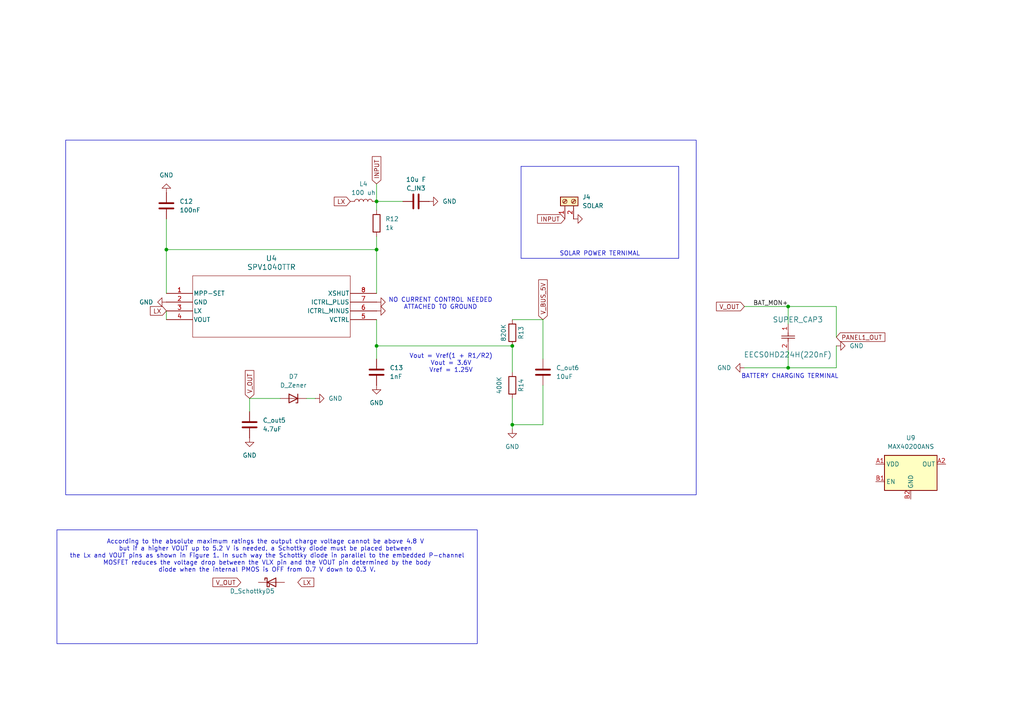
<source format=kicad_sch>
(kicad_sch (version 20231120) (generator "eeschema") (generator_version "8.0")
  (paper "A4")
  (lib_symbols
    (symbol "2024-06-07_14-27-39:SPV1040TTR" (pin_names (offset 0.254))
      (property "Reference" "U" (at 30.48 10.16 0))
      (property "Value" "SPV1040TTR" (at 30.48 7.62 0))
      (symbol "SPV1040TTR_0_1"
        (polyline (pts (xy 7.62 -12.7) (xy 53.34 -12.7)) (stroke (width 0.127)))
        (polyline (pts (xy 7.62 5.08) (xy 7.62 -12.7)) (stroke (width 0.127)))
        (polyline (pts (xy 53.34 -12.7) (xy 53.34 5.08)) (stroke (width 0.127)))
        (polyline (pts (xy 53.34 5.08) (xy 7.62 5.08)) (stroke (width 0.127)))
        (pin unspecified line (at 0 0 0) (length 7.62) (name "MPP-SET") (number "1"))
        (pin power_out line (at 0 -2.54 0) (length 7.62) (name "GND") (number "2"))
        (pin unspecified line (at 0 -5.08 0) (length 7.62) (name "LX") (number "3"))
        (pin output line (at 0 -7.62 0) (length 7.62) (name "VOUT") (number "4"))
        (pin unspecified line (at 60.96 -7.62 180) (length 7.62) (name "VCTRL") (number "5"))
        (pin unspecified line (at 60.96 -5.08 180) (length 7.62) (name "ICTRL_MINUS") (number "6"))
        (pin unspecified line (at 60.96 -2.54 180) (length 7.62) (name "ICTRL_PLUS") (number "7"))
        (pin unspecified line (at 60.96 0 180) (length 7.62) (name "XSHUT") (number "8"))
      )
    )
    (symbol "2024-06-08_06-57-05:super_capacitor" (pin_names (offset 0.254))
      (property "Reference" "SUPER_CAPACITOR" (at -1.27 10.16 90))
      (property "Value" "EECS0HD224H" (at 7.62 7.62 90))
      (symbol "super_capacitor_1_1"
        (polyline (pts (xy 2.54 0) (xy 3.4798 0)) (stroke (width 0.2032)))
        (polyline (pts (xy 3.4798 -1.905) (xy 3.4798 1.905)) (stroke (width 0.2032)))
        (polyline (pts (xy 4.1148 -1.905) (xy 4.1148 1.905)) (stroke (width 0.2032)))
        (polyline (pts (xy 4.1148 0) (xy 5.08 0)) (stroke (width 0.2032)))
        (pin passive line (at 0 0 0) (length 2.54) (name "") (number "1"))
        (pin passive line (at 7.62 0 180) (length 2.54) (name "") (number "2"))
      )
      (symbol "super_capacitor_1_2"
        (polyline (pts (xy -1.905 -4.1148) (xy 1.905 -4.1148)) (stroke (width 0.2032)))
        (polyline (pts (xy -1.905 -3.4798) (xy 1.905 -3.4798)) (stroke (width 0.2032)))
        (polyline (pts (xy 0 -4.1148) (xy 0 -5.08)) (stroke (width 0.2032)))
        (polyline (pts (xy 0 -2.54) (xy 0 -3.4798)) (stroke (width 0.2032)))
        (pin unspecified line (at 0 0 270) (length 2.54) (name "") (number "1"))
        (pin unspecified line (at 0 -7.62 90) (length 2.54) (name "") (number "2"))
      )
    )
    (symbol "Analog_Switch:MAX40200ANS"
      (property "Reference" "U" (at -6.35 6.35 0))
      (property "Value" "MAX40200ANS" (at 7.62 6.35 0))
      (symbol "MAX40200ANS_0_1"
        (rectangle (start -7.62 -5.08) (end 7.62 5.08) (stroke (width 0.254)) (fill (type background)))
      )
      (symbol "MAX40200ANS_1_1"
        (pin power_in line (at -10.16 2.54 0) (length 2.54) (name "VDD") (number "A1"))
        (pin passive line (at 10.16 2.54 180) (length 2.54) (name "OUT") (number "A2"))
        (pin input line (at -10.16 -2.54 0) (length 2.54) (name "EN") (number "B1"))
        (pin power_in line (at 0 -7.62 90) (length 2.54) (name "GND") (number "B2"))
      )
    )
    (symbol "Connector:Screw_Terminal_01x02" (pin_names (offset 1.016) hide)
      (property "Reference" "J" (at 0 2.54 0))
      (property "Value" "Screw_Terminal_01x02" (at 0 -5.08 0))
      (symbol "Screw_Terminal_01x02_1_1"
        (rectangle (start -1.27 1.27) (end 1.27 -3.81) (stroke (width 0.254)) (fill (type background)))
        (circle (center 0 -2.54) (radius 0.635) (stroke (width 0.1524)))
        (polyline (pts (xy -0.5334 -2.2098) (xy 0.3302 -3.048)) (stroke (width 0.1524)))
        (polyline (pts (xy -0.5334 0.3302) (xy 0.3302 -0.508)) (stroke (width 0.1524)))
        (polyline (pts (xy -0.3556 -2.032) (xy 0.508 -2.8702)) (stroke (width 0.1524)))
        (polyline (pts (xy -0.3556 0.508) (xy 0.508 -0.3302)) (stroke (width 0.1524)))
        (circle (center 0 0) (radius 0.635) (stroke (width 0.1524)))
        (pin passive line (at -5.08 0 0) (length 3.81) (name "Pin_1") (number "1"))
        (pin passive line (at -5.08 -2.54 0) (length 3.81) (name "Pin_2") (number "2"))
      )
    )
    (symbol "Device:C" (pin_numbers hide) (pin_names (offset 0.254))
      (property "Reference" "C" (at 0.635 2.54 0))
      (property "Value" "C" (at 0.635 -2.54 0))
      (symbol "C_0_1"
        (polyline (pts (xy -2.032 -0.762) (xy 2.032 -0.762)) (stroke (width 0.508)))
        (polyline (pts (xy -2.032 0.762) (xy 2.032 0.762)) (stroke (width 0.508)))
      )
      (symbol "C_1_1"
        (pin passive line (at 0 3.81 270) (length 2.794) (name "~") (number "1"))
        (pin passive line (at 0 -3.81 90) (length 2.794) (name "~") (number "2"))
      )
    )
    (symbol "Device:D_Schottky" (pin_numbers hide) (pin_names (offset 1.016) hide)
      (property "Reference" "D" (at 0 2.54 0))
      (property "Value" "D_Schottky" (at 0 -2.54 0))
      (symbol "D_Schottky_0_1"
        (polyline (pts (xy 1.27 0) (xy -1.27 0)))
        (polyline (pts (xy 1.27 1.27) (xy 1.27 -1.27) (xy -1.27 0) (xy 1.27 1.27)) (stroke (width 0.254)))
        (polyline (pts (xy -1.905 0.635) (xy -1.905 1.27) (xy -1.27 1.27) (xy -1.27 -1.27) (xy -0.635 -1.27) (xy -0.635 -0.635)) (stroke (width 0.254)))
      )
      (symbol "D_Schottky_1_1"
        (pin passive line (at -3.81 0 0) (length 2.54) (name "K") (number "1"))
        (pin passive line (at 3.81 0 180) (length 2.54) (name "A") (number "2"))
      )
    )
    (symbol "Device:D_Zener" (pin_numbers hide) (pin_names (offset 1.016) hide)
      (property "Reference" "D" (at 0 2.54 0))
      (property "Value" "D_Zener" (at 0 -2.54 0))
      (symbol "D_Zener_0_1"
        (polyline (pts (xy 1.27 0) (xy -1.27 0)))
        (polyline (pts (xy -1.27 -1.27) (xy -1.27 1.27) (xy -0.762 1.27)) (stroke (width 0.254)))
        (polyline (pts (xy 1.27 -1.27) (xy 1.27 1.27) (xy -1.27 0) (xy 1.27 -1.27)) (stroke (width 0.254)))
      )
      (symbol "D_Zener_1_1"
        (pin passive line (at -3.81 0 0) (length 2.54) (name "K") (number "1"))
        (pin passive line (at 3.81 0 180) (length 2.54) (name "A") (number "2"))
      )
    )
    (symbol "Device:L" (pin_numbers hide) (pin_names (offset 1.016) hide)
      (property "Reference" "L" (at -1.27 0 90))
      (property "Value" "L" (at 1.905 0 90))
      (symbol "L_0_1"
        (arc (start 0 -2.54) (mid 0.6323 -1.905) (end 0 -1.27))
        (arc (start 0 -1.27) (mid 0.6323 -0.635) (end 0 0))
        (arc (start 0 0) (mid 0.6323 0.635) (end 0 1.27))
        (arc (start 0 1.27) (mid 0.6323 1.905) (end 0 2.54))
      )
      (symbol "L_1_1"
        (pin passive line (at 0 3.81 270) (length 1.27) (name "1") (number "1"))
        (pin passive line (at 0 -3.81 90) (length 1.27) (name "2") (number "2"))
      )
    )
    (symbol "Device:R" (pin_numbers hide) (pin_names (offset 0))
      (property "Reference" "R" (at 2.032 0 90))
      (property "Value" "R" (at 0 0 90))
      (symbol "R_0_1"
        (rectangle (start -1.016 -2.54) (end 1.016 2.54) (stroke (width 0.254)))
      )
      (symbol "R_1_1"
        (pin passive line (at 0 3.81 270) (length 1.27) (name "~") (number "1"))
        (pin passive line (at 0 -3.81 90) (length 1.27) (name "~") (number "2"))
      )
    )
    (symbol "power:GND" (power) (pin_numbers hide) (pin_names (offset 0) hide)
      (property "Value" "GND" (at 0 -3.81 0))
      (symbol "GND_0_1"
        (polyline (pts (xy 0 0) (xy 0 -1.27) (xy 1.27 -1.27) (xy 0 -2.54) (xy -1.27 -1.27) (xy 0 -1.27)))
      )
      (symbol "GND_1_1"
        (pin power_in line (at 0 0 270) (length 0) (name "~") (number "1"))
      )
    )
  )
  (junction (at 48.26 72.39))
  (junction (at 109.22 58.42))
  (junction (at 148.59 100.33))
  (junction (at 148.59 123.19))
  (junction (at 109.22 72.39))
  (junction (at 228.6 88.9))
  (junction (at 109.22 100.33))
  (junction (at 228.6 106.68))
  (wire (pts (xy 109.22 100.33) (xy 109.22 104.14)))
  (wire (pts (xy 228.6 88.9) (xy 242.57 88.9)))
  (wire (pts (xy 148.59 100.33) (xy 148.59 107.95)))
  (wire (pts (xy 228.6 93.98) (xy 228.6 88.9)))
  (wire (pts (xy 109.22 72.39) (xy 48.26 72.39)))
  (wire (pts (xy 72.39 115.57) (xy 72.39 119.38)))
  (wire (pts (xy 148.59 123.19) (xy 157.48 123.19)))
  (wire (pts (xy 109.22 72.39) (xy 109.22 85.09)))
  (wire (pts (xy 48.26 63.5) (xy 48.26 72.39)))
  (wire (pts (xy 242.57 100.33) (xy 242.57 106.68)))
  (wire (pts (xy 242.57 88.9) (xy 242.57 97.79)))
  (wire (pts (xy 109.22 58.42) (xy 109.22 60.96)))
  (wire (pts (xy 109.22 58.42) (xy 116.84 58.42)))
  (wire (pts (xy 215.9 88.9) (xy 228.6 88.9)))
  (polyline (pts (xy 151.13 48.26) (xy 151.13 74.93)))
  (wire (pts (xy 157.48 92.71) (xy 157.48 104.14)))
  (polyline (pts (xy 151.13 48.26) (xy 196.85 48.26)))
  (wire (pts (xy 215.9 106.68) (xy 228.6 106.68)))
  (wire (pts (xy 48.26 72.39) (xy 48.26 85.09)))
  (wire (pts (xy 72.39 115.57) (xy 81.28 115.57)))
  (polyline (pts (xy 151.13 74.93) (xy 196.85 74.93)))
  (wire (pts (xy 109.22 53.34) (xy 109.22 58.42)))
  (wire (pts (xy 109.22 68.58) (xy 109.22 72.39)))
  (wire (pts (xy 148.59 115.57) (xy 148.59 123.19)))
  (wire (pts (xy 228.6 101.6) (xy 228.6 106.68)))
  (wire (pts (xy 157.48 111.76) (xy 157.48 123.19)))
  (wire (pts (xy 148.59 92.71) (xy 157.48 92.71)))
  (wire (pts (xy 109.22 100.33) (xy 148.59 100.33)))
  (polyline (pts (xy 196.85 74.93) (xy 196.85 48.26)))
  (wire (pts (xy 228.6 106.68) (xy 242.57 106.68)))
  (wire (pts (xy 88.9 115.57) (xy 91.44 115.57)))
  (wire (pts (xy 48.26 90.17) (xy 48.26 92.71)))
  (wire (pts (xy 148.59 123.19) (xy 148.59 124.46)))
  (wire (pts (xy 109.22 92.71) (xy 109.22 100.33)))
  (rectangle (start 16.51 153.67) (end 138.43 186.69))
  (rectangle (start 19.05 40.64) (end 201.93 143.51))
  (text "According to the absolute maximum ratings the output charge voltage cannot be above 4.8 V \nbut if a higher VOUT up to 5.2 V is needed, a Schottky diode must be placed between \nthe Lx and VOUT pins as shown in Figure 1. In such way the Schottky diode in parallel to the embedded P-channel\n MOSFET reduces the voltage drop between the VLX pin and the VOUT pin determined by the body \ndiode when the internal PMOS is OFF from 0.7 V down to 0.3 V." (at 77.47 161.29 0) (effects (font (size 1.27 1.27))))
  (text "NO CURRENT CONTROL NEEDED\nATTACHED TO GROUND\n" (at 127.762 88.138 0) (effects (font (size 1.27 1.27))))
  (text "SOLAR POWER TERNIMAL\n" (at 173.99 73.66 0) (effects (font (size 1.27 1.27))))
  (text "Vout = Vref(1 + R1/R2)\nVout = 3.6V\nVref = 1.25V" (at 130.81 105.41 0) (effects (font (size 1.27 1.27))))
  (text "BATTERY CHARGING TERMINAL\n" (at 229.108 109.22 0) (effects (font (size 1.27 1.27))))
  (label "BAT_MON+" (at 218.44 88.9 0))
  (global_label "V_BUS_5V" (shape input) (at 157.48 92.71 90) (property "Intersheetrefs" "${INTERSHEET_REFS}" (effects (hide yes))))
  (global_label "PANEL1_OUT" (shape input) (at 242.57 97.79 0) (property "Intersheetrefs" "${INTERSHEET_REFS}" (effects (hide yes))))
  (global_label "INPUT" (shape input) (at 109.22 53.34 90) (property "Intersheetrefs" "${INTERSHEET_REFS}" (effects (hide yes))))
  (global_label "LX" (shape input) (at 101.6 58.42 180) (property "Intersheetrefs" "${INTERSHEET_REFS}" (effects (hide yes))))
  (global_label "LX" (shape input) (at 48.26 90.17 180) (property "Intersheetrefs" "${INTERSHEET_REFS}" (effects (hide yes))))
  (global_label "INPUT" (shape input) (at 163.83 63.5 180) (property "Intersheetrefs" "${INTERSHEET_REFS}" (effects (hide yes))))
  (global_label "V_OUT" (shape input) (at 72.39 115.57 90) (property "Intersheetrefs" "${INTERSHEET_REFS}" (effects (hide yes))))
  (global_label "LX" (shape input) (at 86.36 168.91 0) (property "Intersheetrefs" "${INTERSHEET_REFS}" (effects (hide yes))))
  (global_label "V_OUT" (shape input) (at 215.9 88.9 180) (property "Intersheetrefs" "${INTERSHEET_REFS}" (effects (hide yes))))
  (global_label "V_OUT" (shape input) (at 69.85 168.91 180) (property "Intersheetrefs" "${INTERSHEET_REFS}" (effects (hide yes))))
  (symbol (lib_id "power:GND") (at 166.37 63.5 90) (unit 1)
    (property "Reference" "#PWR040" (effects (hide yes)))
    (property "Value" "GND" (effects (hide yes)))
    (property "Description" "Power symbol creates a global label with name \"GND\" , ground" (effects (hide yes)))
  )
  (symbol (lib_id "power:GND") (at 48.26 87.63 270) (unit 1)
    (property "Reference" "#PWR032" (effects (hide yes)))
    (property "Value" "GND" (at 44.45 87.6299 90) (effects (justify right)))
    (property "Description" "Power symbol creates a global label with name \"GND\" , ground" (effects (hide yes)))
  )
  (symbol (lib_id "Device:C") (at 109.22 107.95 0) (unit 1)
    (property "Reference" "C13" (at 113.03 106.6799 0) (effects (justify left)))
    (property "Value" "1nF" (at 113.03 109.2199 0) (effects (justify left)))
    (property "Footprint" "Capacitor_SMD:C_0603_1608Metric" (effects (hide yes)))
    (property "Description" "Unpolarized capacitor" (effects (hide yes)))
  )
  (symbol (lib_id "power:GND") (at 48.26 55.88 180) (unit 1)
    (property "Reference" "#PWR031" (effects (hide yes)))
    (property "Value" "GND" (at 48.26 50.8 0))
    (property "Description" "Power symbol creates a global label with name \"GND\" , ground" (effects (hide yes)))
  )
  (symbol (lib_id "Connector:Screw_Terminal_01x02") (at 163.83 58.42 90) (unit 1)
    (property "Reference" "J4" (at 168.91 57.1499 90) (effects (justify right)))
    (property "Value" "SOLAR" (at 168.91 59.6899 90) (effects (justify right)))
    (property "Footprint" "TerminalBlock_Phoenix:TerminalBlock_Phoenix_PT-1,5-2-5.0-H_1x02_P5.00mm_Horizontal" (effects (hide yes)))
    (property "Description" "Generic screw terminal, single row, 01x02, script generated (kicad-library-utils/schlib/autogen/connector/)" (effects (hide yes)))
  )
  (symbol (lib_id "power:GND") (at 72.39 127 0) (unit 1)
    (property "Reference" "#PWR033" (effects (hide yes)))
    (property "Value" "GND" (at 72.39 132.08 0))
    (property "Description" "Power symbol creates a global label with name \"GND\" , ground" (effects (hide yes)))
  )
  (symbol (lib_id "Device:D_Schottky") (at 78.74 168.91 0) (unit 1)
    (property "Reference" "D5" (at 79.6926 171.45 0) (effects (justify right)))
    (property "Value" "D_Schottky" (at 77.1526 171.45 0) (effects (justify right)))
    (property "Description" "Schottky diode" (effects (hide yes)))
  )
  (symbol (lib_id "power:GND") (at 124.46 58.42 90) (unit 1)
    (property "Reference" "#PWR038" (effects (hide yes)))
    (property "Value" "GND" (at 128.3333 58.4199 90) (effects (justify right)))
    (property "Description" "Power symbol creates a global label with name \"GND\" , ground" (effects (hide yes)))
  )
  (symbol (lib_id "Device:D_Zener") (at 85.09 115.57 180) (unit 1)
    (property "Reference" "D7" (at 85.09 109.22 0))
    (property "Value" "D_Zener" (at 85.09 111.76 0))
    (property "Footprint" "Diode_SMD:D_1210_3225Metric" (effects (hide yes)))
    (property "Description" "Zener diode" (effects (hide yes)))
  )
  (symbol (lib_id "Device:L") (at 105.41 58.42 90) (unit 1)
    (property "Reference" "L4" (at 105.41 53.34 90))
    (property "Value" "100 uh" (at 105.41 55.88 90))
    (property "Footprint" "Inductor_SMD:L_Coilcraft_XAL6060-XXX" (effects (hide yes)))
    (property "Description" "Inductor" (effects (hide yes)))
  )
  (symbol (lib_id "power:GND") (at 109.22 90.17 90) (unit 1)
    (property "Reference" "#PWR036" (effects (hide yes)))
    (property "Value" "GND" (effects (hide yes)))
    (property "Description" "Power symbol creates a global label with name \"GND\" , ground" (effects (hide yes)))
  )
  (symbol (lib_id "Device:R") (at 148.59 111.76 180) (unit 1)
    (property "Reference" "R14" (at 151.13 111.76 90))
    (property "Value" "400K" (at 144.78 111.76 90))
    (property "Footprint" "Resistor_SMD:R_0603_1608Metric" (effects (hide yes)))
    (property "Description" "Resistor" (effects (hide yes)))
  )
  (symbol (lib_id "power:GND") (at 109.22 87.63 90) (unit 1)
    (property "Reference" "#PWR035" (effects (hide yes)))
    (property "Value" "GND" (effects (hide yes)))
    (property "Description" "Power symbol creates a global label with name \"GND\" , ground" (effects (hide yes)))
  )
  (symbol (lib_id "power:GND") (at 242.57 100.33 90) (unit 1)
    (property "Reference" "#PWR042" (effects (hide yes)))
    (property "Value" "GND" (at 246.38 100.3299 90) (effects (justify right)))
    (property "Description" "Power symbol creates a global label with name \"GND\" , ground" (effects (hide yes)))
  )
  (symbol (lib_id "2024-06-07_14-27-39:SPV1040TTR") (at 48.26 85.09 0) (unit 1)
    (property "Reference" "U4" (at 78.74 74.93 0) (effects (font (size 1.524 1.524))))
    (property "Value" "SPV1040TTR" (at 78.74 77.47 0) (effects (font (size 1.524 1.524))))
    (property "Footprint" "SPV1040:SOP65P640X120-8N" (effects (hide yes)))
    (property "Datasheet" "SPV1040TTR" (effects (hide yes)))
  )
  (symbol (lib_id "Device:R") (at 109.22 64.77 0) (unit 1)
    (property "Reference" "R12" (at 111.76 63.4999 0) (effects (justify left)))
    (property "Value" "1k" (at 111.76 66.0399 0) (effects (justify left)))
    (property "Footprint" "Resistor_SMD:R_0603_1608Metric" (effects (hide yes)))
    (property "Description" "Resistor" (effects (hide yes)))
  )
  (symbol (lib_id "power:GND") (at 148.59 124.46 0) (unit 1)
    (property "Reference" "#PWR039" (effects (hide yes)))
    (property "Value" "GND" (at 148.59 129.54 0))
    (property "Description" "Power symbol creates a global label with name \"GND\" , ground" (effects (hide yes)))
  )
  (symbol (lib_id "Device:C") (at 120.65 58.42 90) (unit 1)
    (property "Reference" "C_IN3" (at 120.65 54.61 90))
    (property "Value" "10u F" (at 120.65 52.07 90))
    (property "Footprint" "Capacitor_SMD:C_0603_1608Metric" (effects (hide yes)))
    (property "Description" "Unpolarized capacitor" (effects (hide yes)))
  )
  (symbol (lib_id "Device:C") (at 72.39 123.19 180) (unit 1)
    (property "Reference" "C_out5" (at 76.2 121.9199 0) (effects (justify right)))
    (property "Value" "4.7uF" (at 76.2 124.4599 0) (effects (justify right)))
    (property "Footprint" "Capacitor_SMD:C_0603_1608Metric" (effects (hide yes)))
    (property "Description" "Unpolarized capacitor" (effects (hide yes)))
  )
  (symbol (lib_id "power:GND") (at 109.22 111.76 0) (unit 1)
    (property "Reference" "#PWR037" (effects (hide yes)))
    (property "Value" "GND" (at 109.22 116.84 0))
    (property "Description" "Power symbol creates a global label with name \"GND\" , ground" (effects (hide yes)))
  )
  (symbol (lib_id "power:GND") (at 215.9 106.68 270) (unit 1)
    (property "Reference" "#PWR041" (effects (hide yes)))
    (property "Value" "GND" (at 212.09 106.6799 90) (effects (justify right)))
    (property "Description" "Power symbol creates a global label with name \"GND\" , ground" (effects (hide yes)))
  )
  (symbol (lib_id "Device:C") (at 48.26 59.69 0) (unit 1)
    (property "Reference" "C12" (at 52.07 58.4199 0) (effects (justify left)))
    (property "Value" "100nF" (at 52.07 60.9599 0) (effects (justify left)))
    (property "Footprint" "Capacitor_SMD:C_0603_1608Metric" (effects (hide yes)))
    (property "Description" "Unpolarized capacitor" (effects (hide yes)))
  )
  (symbol (lib_id "2024-06-08_06-57-05:super_capacitor") (at 228.6 93.98 270) (unit 1)
    (property "Reference" "SUPER_CAP3" (at 238.76 92.71 90) (effects (font (size 1.524 1.524)) (justify right)))
    (property "Value" "EECS0HD224H(220nF)" (at 241.3 102.87 90) (effects (font (size 1.524 1.524)) (justify right)))
    (property "Footprint" "SPV1040T:CAP_EECS0_H_PAN" (effects (hide yes)))
    (property "Datasheet" "EECS0HD224H" (effects (hide yes)))
  )
  (symbol (lib_id "Device:C") (at 157.48 107.95 0) (unit 1)
    (property "Reference" "C_out6" (at 161.29 106.6799 0) (effects (justify left)))
    (property "Value" "10uF" (at 161.29 109.2199 0) (effects (justify left)))
    (property "Footprint" "Capacitor_SMD:C_0603_1608Metric" (effects (hide yes)))
    (property "Description" "Unpolarized capacitor" (effects (hide yes)))
  )
  (symbol (lib_id "Device:R") (at 148.59 96.52 180) (unit 1)
    (property "Reference" "R13" (at 151.13 96.52 90))
    (property "Value" "820K" (at 146.05 96.52 90))
    (property "Footprint" "Resistor_SMD:R_0603_1608Metric" (effects (hide yes)))
    (property "Description" "Resistor" (effects (hide yes)))
  )
  (symbol (lib_id "power:GND") (at 91.44 115.57 90) (unit 1)
    (property "Reference" "#PWR034" (effects (hide yes)))
    (property "Value" "GND" (at 95.25 115.5699 90) (effects (justify right)))
    (property "Description" "Power symbol creates a global label with name \"GND\" , ground" (effects (hide yes)))
  )
  (symbol (lib_id "Analog_Switch:MAX40200ANS") (at 264.16 137.16 0) (unit 1)
    (property "Reference" "U9" (at 264.16 127 0))
    (property "Value" "MAX40200ANS" (at 264.16 129.54 0))
    (property "Footprint" "Package_TO_SOT_SMD:SOT-23-5" (effects (hide yes)))
    (property "Datasheet" "https://datasheets.maximintegrated.com/en/ds/MAX40200.pdf" (effects (hide yes)))
    (property "Description" "Ideal Diode, Ultra-Low Voltage Drop, 1.5-5.5V, 1A, WLP-4" (effects (hide yes)))
  )
)
</source>
